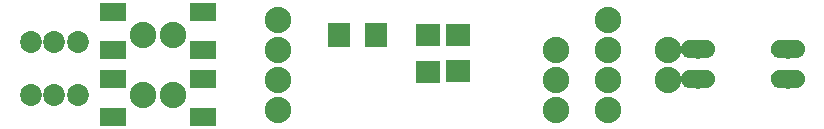
<source format=gbs>
G04 MADE WITH FRITZING*
G04 WWW.FRITZING.ORG*
G04 DOUBLE SIDED*
G04 HOLES PLATED*
G04 CONTOUR ON CENTER OF CONTOUR VECTOR*
%ASAXBY*%
%FSLAX23Y23*%
%MOIN*%
%OFA0B0*%
%SFA1.0B1.0*%
%ADD10C,0.088000*%
%ADD11C,0.062000*%
%ADD12C,0.072992*%
%ADD13R,0.084803X0.072992*%
%ADD14R,0.088736X0.059208*%
%ADD15R,0.088736X0.059222*%
%ADD16R,0.072992X0.084803*%
%ADD17R,0.001000X0.001000*%
%LNMASK0*%
G90*
G70*
G54D10*
X2207Y209D03*
X2207Y309D03*
G54D11*
X2307Y309D03*
X2307Y209D03*
X2607Y209D03*
X2607Y309D03*
G54D10*
X907Y409D03*
X907Y309D03*
X907Y209D03*
X907Y109D03*
X2007Y409D03*
X2007Y309D03*
X2007Y209D03*
X2007Y109D03*
X1832Y109D03*
X1832Y209D03*
X1832Y309D03*
G54D12*
X240Y334D03*
X161Y334D03*
X82Y334D03*
X240Y159D03*
X161Y159D03*
X82Y159D03*
G54D10*
X557Y159D03*
X457Y159D03*
X557Y359D03*
X457Y359D03*
G54D13*
X1507Y237D03*
X1507Y359D03*
G54D14*
X657Y434D03*
G54D15*
X657Y306D03*
G54D14*
X657Y212D03*
G54D15*
X657Y84D03*
G54D14*
X357Y434D03*
G54D15*
X357Y306D03*
G54D14*
X357Y212D03*
G54D15*
X357Y84D03*
G54D13*
X1407Y356D03*
X1407Y234D03*
G54D16*
X1110Y359D03*
X1232Y359D03*
G54D17*
X2277Y341D02*
X2336Y341D01*
X2577Y341D02*
X2636Y341D01*
X2273Y340D02*
X2341Y340D01*
X2573Y340D02*
X2641Y340D01*
X2270Y339D02*
X2344Y339D01*
X2570Y339D02*
X2644Y339D01*
X2267Y338D02*
X2346Y338D01*
X2567Y338D02*
X2646Y338D01*
X2266Y337D02*
X2348Y337D01*
X2566Y337D02*
X2648Y337D01*
X2264Y336D02*
X2349Y336D01*
X2564Y336D02*
X2649Y336D01*
X2263Y335D02*
X2351Y335D01*
X2563Y335D02*
X2651Y335D01*
X2261Y334D02*
X2352Y334D01*
X2561Y334D02*
X2652Y334D01*
X2260Y333D02*
X2353Y333D01*
X2560Y333D02*
X2653Y333D01*
X2259Y332D02*
X2354Y332D01*
X2559Y332D02*
X2654Y332D01*
X2258Y331D02*
X2355Y331D01*
X2558Y331D02*
X2655Y331D01*
X2257Y330D02*
X2356Y330D01*
X2557Y330D02*
X2656Y330D01*
X2257Y329D02*
X2357Y329D01*
X2556Y329D02*
X2657Y329D01*
X2256Y328D02*
X2358Y328D01*
X2556Y328D02*
X2658Y328D01*
X2255Y327D02*
X2358Y327D01*
X2555Y327D02*
X2658Y327D01*
X2255Y326D02*
X2359Y326D01*
X2555Y326D02*
X2659Y326D01*
X2254Y325D02*
X2359Y325D01*
X2554Y325D02*
X2659Y325D01*
X2253Y324D02*
X2360Y324D01*
X2553Y324D02*
X2660Y324D01*
X2253Y323D02*
X2360Y323D01*
X2553Y323D02*
X2660Y323D01*
X2253Y322D02*
X2361Y322D01*
X2553Y322D02*
X2661Y322D01*
X2252Y321D02*
X2303Y321D01*
X2310Y321D02*
X2361Y321D01*
X2552Y321D02*
X2603Y321D01*
X2610Y321D02*
X2661Y321D01*
X2252Y320D02*
X2301Y320D01*
X2313Y320D02*
X2362Y320D01*
X2552Y320D02*
X2601Y320D01*
X2612Y320D02*
X2662Y320D01*
X2252Y319D02*
X2299Y319D01*
X2314Y319D02*
X2362Y319D01*
X2551Y319D02*
X2599Y319D01*
X2614Y319D02*
X2662Y319D01*
X2251Y318D02*
X2298Y318D01*
X2315Y318D02*
X2362Y318D01*
X2551Y318D02*
X2598Y318D01*
X2615Y318D02*
X2662Y318D01*
X2251Y317D02*
X2297Y317D01*
X2316Y317D02*
X2362Y317D01*
X2551Y317D02*
X2597Y317D01*
X2616Y317D02*
X2662Y317D01*
X2251Y316D02*
X2297Y316D01*
X2317Y316D02*
X2363Y316D01*
X2551Y316D02*
X2597Y316D01*
X2617Y316D02*
X2663Y316D01*
X2251Y315D02*
X2296Y315D01*
X2317Y315D02*
X2363Y315D01*
X2551Y315D02*
X2596Y315D01*
X2617Y315D02*
X2663Y315D01*
X2250Y314D02*
X2296Y314D01*
X2318Y314D02*
X2363Y314D01*
X2550Y314D02*
X2596Y314D01*
X2618Y314D02*
X2663Y314D01*
X2250Y313D02*
X2295Y313D01*
X2318Y313D02*
X2363Y313D01*
X2550Y313D02*
X2595Y313D01*
X2618Y313D02*
X2663Y313D01*
X2250Y312D02*
X2295Y312D01*
X2318Y312D02*
X2363Y312D01*
X2550Y312D02*
X2595Y312D01*
X2618Y312D02*
X2663Y312D01*
X2250Y311D02*
X2295Y311D01*
X2318Y311D02*
X2363Y311D01*
X2550Y311D02*
X2595Y311D01*
X2618Y311D02*
X2663Y311D01*
X2250Y310D02*
X2295Y310D01*
X2318Y310D02*
X2363Y310D01*
X2550Y310D02*
X2595Y310D01*
X2618Y310D02*
X2663Y310D01*
X2250Y309D02*
X2295Y309D01*
X2318Y309D02*
X2363Y309D01*
X2550Y309D02*
X2595Y309D01*
X2618Y309D02*
X2663Y309D01*
X2250Y308D02*
X2295Y308D01*
X2318Y308D02*
X2363Y308D01*
X2550Y308D02*
X2595Y308D01*
X2618Y308D02*
X2663Y308D01*
X2250Y307D02*
X2296Y307D01*
X2318Y307D02*
X2363Y307D01*
X2550Y307D02*
X2596Y307D01*
X2618Y307D02*
X2663Y307D01*
X2251Y306D02*
X2296Y306D01*
X2317Y306D02*
X2363Y306D01*
X2551Y306D02*
X2596Y306D01*
X2617Y306D02*
X2663Y306D01*
X2251Y305D02*
X2297Y305D01*
X2317Y305D02*
X2363Y305D01*
X2551Y305D02*
X2597Y305D01*
X2617Y305D02*
X2663Y305D01*
X2251Y304D02*
X2297Y304D01*
X2316Y304D02*
X2362Y304D01*
X2551Y304D02*
X2597Y304D01*
X2616Y304D02*
X2662Y304D01*
X2251Y303D02*
X2298Y303D01*
X2315Y303D02*
X2362Y303D01*
X2551Y303D02*
X2598Y303D01*
X2615Y303D02*
X2662Y303D01*
X2251Y302D02*
X2299Y302D01*
X2314Y302D02*
X2362Y302D01*
X2551Y302D02*
X2599Y302D01*
X2614Y302D02*
X2662Y302D01*
X2252Y301D02*
X2300Y301D01*
X2313Y301D02*
X2362Y301D01*
X2552Y301D02*
X2600Y301D01*
X2613Y301D02*
X2662Y301D01*
X2252Y300D02*
X2302Y300D01*
X2311Y300D02*
X2361Y300D01*
X2552Y300D02*
X2602Y300D01*
X2611Y300D02*
X2661Y300D01*
X2252Y299D02*
X2361Y299D01*
X2552Y299D02*
X2661Y299D01*
X2253Y298D02*
X2360Y298D01*
X2553Y298D02*
X2660Y298D01*
X2253Y297D02*
X2360Y297D01*
X2553Y297D02*
X2660Y297D01*
X2254Y296D02*
X2360Y296D01*
X2554Y296D02*
X2660Y296D01*
X2254Y295D02*
X2359Y295D01*
X2554Y295D02*
X2659Y295D01*
X2255Y294D02*
X2358Y294D01*
X2555Y294D02*
X2658Y294D01*
X2256Y293D02*
X2358Y293D01*
X2556Y293D02*
X2658Y293D01*
X2256Y292D02*
X2357Y292D01*
X2556Y292D02*
X2657Y292D01*
X2257Y291D02*
X2356Y291D01*
X2557Y291D02*
X2656Y291D01*
X2258Y290D02*
X2355Y290D01*
X2558Y290D02*
X2655Y290D01*
X2259Y289D02*
X2355Y289D01*
X2559Y289D02*
X2655Y289D01*
X2260Y288D02*
X2354Y288D01*
X2560Y288D02*
X2654Y288D01*
X2261Y287D02*
X2352Y287D01*
X2561Y287D02*
X2652Y287D01*
X2262Y286D02*
X2351Y286D01*
X2562Y286D02*
X2651Y286D01*
X2264Y285D02*
X2350Y285D01*
X2564Y285D02*
X2650Y285D01*
X2265Y284D02*
X2348Y284D01*
X2565Y284D02*
X2648Y284D01*
X2267Y283D02*
X2346Y283D01*
X2567Y283D02*
X2646Y283D01*
X2269Y282D02*
X2344Y282D01*
X2569Y282D02*
X2644Y282D01*
X2272Y281D02*
X2342Y281D01*
X2572Y281D02*
X2642Y281D01*
X2275Y280D02*
X2338Y280D01*
X2575Y280D02*
X2638Y280D01*
X2276Y241D02*
X2337Y241D01*
X2576Y241D02*
X2637Y241D01*
X2272Y240D02*
X2341Y240D01*
X2572Y240D02*
X2641Y240D01*
X2269Y239D02*
X2344Y239D01*
X2569Y239D02*
X2644Y239D01*
X2267Y238D02*
X2346Y238D01*
X2567Y238D02*
X2646Y238D01*
X2265Y237D02*
X2348Y237D01*
X2565Y237D02*
X2648Y237D01*
X2264Y236D02*
X2350Y236D01*
X2564Y236D02*
X2650Y236D01*
X2262Y235D02*
X2351Y235D01*
X2562Y235D02*
X2651Y235D01*
X2261Y234D02*
X2352Y234D01*
X2561Y234D02*
X2652Y234D01*
X2260Y233D02*
X2353Y233D01*
X2560Y233D02*
X2653Y233D01*
X2259Y232D02*
X2354Y232D01*
X2559Y232D02*
X2654Y232D01*
X2258Y231D02*
X2355Y231D01*
X2558Y231D02*
X2655Y231D01*
X2257Y230D02*
X2356Y230D01*
X2557Y230D02*
X2656Y230D01*
X2256Y229D02*
X2357Y229D01*
X2556Y229D02*
X2657Y229D01*
X2256Y228D02*
X2358Y228D01*
X2556Y228D02*
X2658Y228D01*
X2255Y227D02*
X2358Y227D01*
X2555Y227D02*
X2658Y227D01*
X2254Y226D02*
X2359Y226D01*
X2554Y226D02*
X2659Y226D01*
X2254Y225D02*
X2359Y225D01*
X2554Y225D02*
X2659Y225D01*
X2253Y224D02*
X2360Y224D01*
X2553Y224D02*
X2660Y224D01*
X2253Y223D02*
X2360Y223D01*
X2553Y223D02*
X2660Y223D01*
X2253Y222D02*
X2361Y222D01*
X2552Y222D02*
X2661Y222D01*
X2252Y221D02*
X2303Y221D01*
X2311Y221D02*
X2361Y221D01*
X2552Y221D02*
X2603Y221D01*
X2611Y221D02*
X2661Y221D01*
X2252Y220D02*
X2301Y220D01*
X2313Y220D02*
X2362Y220D01*
X2552Y220D02*
X2601Y220D01*
X2613Y220D02*
X2662Y220D01*
X2251Y219D02*
X2299Y219D01*
X2314Y219D02*
X2362Y219D01*
X2551Y219D02*
X2599Y219D01*
X2614Y219D02*
X2662Y219D01*
X2251Y218D02*
X2298Y218D01*
X2315Y218D02*
X2362Y218D01*
X2551Y218D02*
X2598Y218D01*
X2615Y218D02*
X2662Y218D01*
X2251Y217D02*
X2297Y217D01*
X2316Y217D02*
X2362Y217D01*
X2551Y217D02*
X2597Y217D01*
X2616Y217D02*
X2662Y217D01*
X2251Y216D02*
X2297Y216D01*
X2317Y216D02*
X2363Y216D01*
X2551Y216D02*
X2597Y216D01*
X2617Y216D02*
X2663Y216D01*
X2251Y215D02*
X2296Y215D01*
X2317Y215D02*
X2363Y215D01*
X2551Y215D02*
X2596Y215D01*
X2617Y215D02*
X2663Y215D01*
X2250Y214D02*
X2296Y214D01*
X2318Y214D02*
X2363Y214D01*
X2550Y214D02*
X2596Y214D01*
X2618Y214D02*
X2663Y214D01*
X2250Y213D02*
X2295Y213D01*
X2318Y213D02*
X2363Y213D01*
X2550Y213D02*
X2595Y213D01*
X2618Y213D02*
X2663Y213D01*
X2250Y212D02*
X2295Y212D01*
X2318Y212D02*
X2363Y212D01*
X2550Y212D02*
X2595Y212D01*
X2618Y212D02*
X2663Y212D01*
X2250Y211D02*
X2295Y211D01*
X2318Y211D02*
X2363Y211D01*
X2550Y211D02*
X2595Y211D01*
X2618Y211D02*
X2663Y211D01*
X2250Y210D02*
X2295Y210D01*
X2318Y210D02*
X2363Y210D01*
X2550Y210D02*
X2595Y210D01*
X2618Y210D02*
X2663Y210D01*
X2250Y209D02*
X2295Y209D01*
X2318Y209D02*
X2363Y209D01*
X2550Y209D02*
X2595Y209D01*
X2618Y209D02*
X2663Y209D01*
X2250Y208D02*
X2295Y208D01*
X2318Y208D02*
X2363Y208D01*
X2550Y208D02*
X2595Y208D01*
X2618Y208D02*
X2663Y208D01*
X2250Y207D02*
X2296Y207D01*
X2318Y207D02*
X2363Y207D01*
X2550Y207D02*
X2596Y207D01*
X2618Y207D02*
X2663Y207D01*
X2251Y206D02*
X2296Y206D01*
X2317Y206D02*
X2363Y206D01*
X2551Y206D02*
X2596Y206D01*
X2617Y206D02*
X2663Y206D01*
X2251Y205D02*
X2297Y205D01*
X2317Y205D02*
X2363Y205D01*
X2551Y205D02*
X2597Y205D01*
X2617Y205D02*
X2663Y205D01*
X2251Y204D02*
X2297Y204D01*
X2316Y204D02*
X2362Y204D01*
X2551Y204D02*
X2597Y204D01*
X2616Y204D02*
X2662Y204D01*
X2251Y203D02*
X2298Y203D01*
X2315Y203D02*
X2362Y203D01*
X2551Y203D02*
X2598Y203D01*
X2615Y203D02*
X2662Y203D01*
X2251Y202D02*
X2299Y202D01*
X2314Y202D02*
X2362Y202D01*
X2551Y202D02*
X2599Y202D01*
X2614Y202D02*
X2662Y202D01*
X2252Y201D02*
X2301Y201D01*
X2313Y201D02*
X2362Y201D01*
X2552Y201D02*
X2601Y201D01*
X2613Y201D02*
X2662Y201D01*
X2252Y200D02*
X2303Y200D01*
X2310Y200D02*
X2361Y200D01*
X2552Y200D02*
X2603Y200D01*
X2610Y200D02*
X2661Y200D01*
X2253Y199D02*
X2361Y199D01*
X2553Y199D02*
X2661Y199D01*
X2253Y198D02*
X2360Y198D01*
X2553Y198D02*
X2660Y198D01*
X2253Y197D02*
X2360Y197D01*
X2553Y197D02*
X2660Y197D01*
X2254Y196D02*
X2359Y196D01*
X2554Y196D02*
X2659Y196D01*
X2254Y195D02*
X2359Y195D01*
X2554Y195D02*
X2659Y195D01*
X2255Y194D02*
X2358Y194D01*
X2555Y194D02*
X2658Y194D01*
X2256Y193D02*
X2358Y193D01*
X2556Y193D02*
X2658Y193D01*
X2256Y192D02*
X2357Y192D01*
X2556Y192D02*
X2657Y192D01*
X2257Y191D02*
X2356Y191D01*
X2557Y191D02*
X2656Y191D01*
X2258Y190D02*
X2355Y190D01*
X2558Y190D02*
X2655Y190D01*
X2259Y189D02*
X2354Y189D01*
X2559Y189D02*
X2654Y189D01*
X2260Y188D02*
X2353Y188D01*
X2560Y188D02*
X2653Y188D01*
X2261Y187D02*
X2352Y187D01*
X2561Y187D02*
X2652Y187D01*
X2262Y186D02*
X2351Y186D01*
X2562Y186D02*
X2651Y186D01*
X2264Y185D02*
X2350Y185D01*
X2564Y185D02*
X2650Y185D01*
X2265Y184D02*
X2348Y184D01*
X2565Y184D02*
X2648Y184D01*
X2267Y183D02*
X2346Y183D01*
X2567Y183D02*
X2646Y183D01*
X2269Y182D02*
X2344Y182D01*
X2569Y182D02*
X2644Y182D01*
X2272Y181D02*
X2341Y181D01*
X2572Y181D02*
X2641Y181D01*
X2277Y180D02*
X2337Y180D01*
X2576Y180D02*
X2637Y180D01*
D02*
G04 End of Mask0*
M02*
</source>
